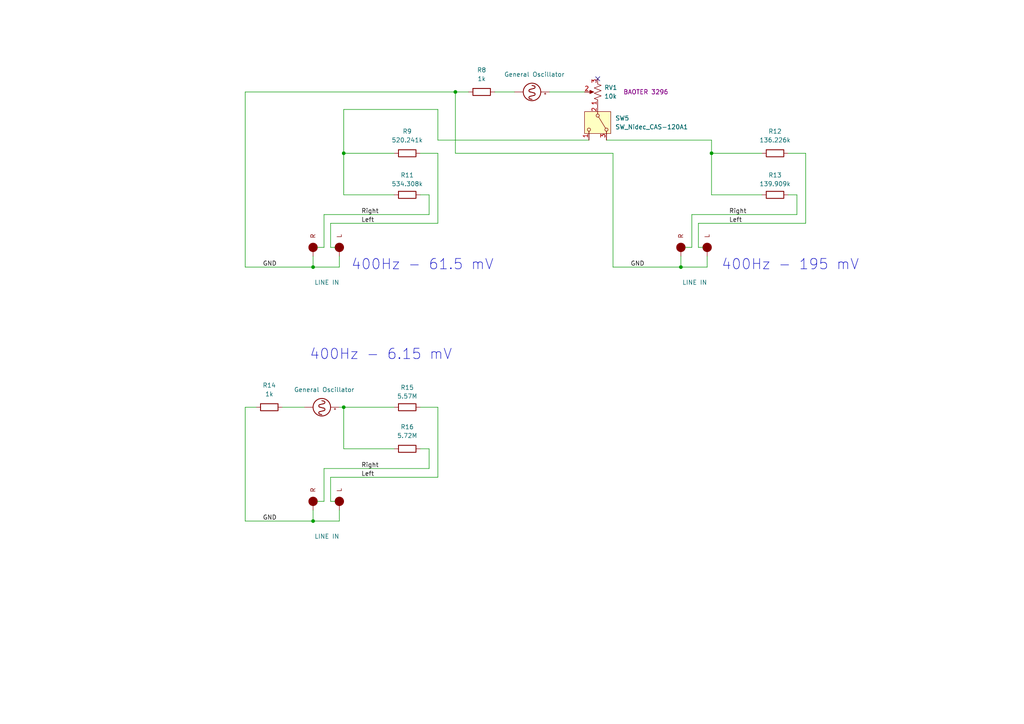
<source format=kicad_sch>
(kicad_sch (version 20250114) (generator "eeschema") (generator_version "9.0")
  (paper "A4")
  (lib_symbols
    (symbol "Device:Oscilloscope" (pin_numbers (hide yes)) (pin_names (offset 0.0254) (hide yes))
      (property "Reference" "MES" (at -3.302 1.016 0))
      (property "Value" "Oscilloscope" (at -3.302 -0.762 0))
      (symbol "Oscilloscope_0_0"
        (polyline (pts (xy -1.778 0.508) (xy -1.905 0)) (stroke (width 0.254)))
        (arc (start -1.778 0.508) (mid -1.397 0.8874) (end -1.016 0.508) (stroke (width 0.254)))
        (polyline (pts (xy -1.016 0.508) (xy -0.762 -0.508)) (stroke (width 0.254)))
        (arc (start 0 -0.508) (mid -0.381 -0.8874) (end -0.762 -0.508) (stroke (width 0.254)))
        (polyline (pts (xy 0 -0.508) (xy 0.254 0.508)) (stroke (width 0.254)))
        (arc (start 0.254 0.508) (mid 0.635 0.8874) (end 1.016 0.508) (stroke (width 0.254)))
        (polyline (pts (xy 1.016 0.508) (xy 1.27 -0.508)) (stroke (width 0.254)))
        (arc (start 2.032 -0.508) (mid 1.651 -0.8874) (end 1.27 -0.508) (stroke (width 0.254)))
        (polyline (pts (xy 2.032 -0.508) (xy 2.159 0)) (stroke (width 0.254)))
      )
      (symbol "Oscilloscope_0_1"
        (circle (center 0 0) (radius 2.54) (stroke (width 0.254)))
        (polyline (pts (xy 0.254 3.81) (xy 0.762 3.81)))
        (polyline (pts (xy 0.508 4.064) (xy 0.508 3.556)))
      )
      (symbol "Oscilloscope_1_1"
        (pin passive line (at 0 5.08 270) (length 2.54) (name "+") (number "2"))
        (pin passive line (at 0 -5.08 90) (length 2.54) (name "-") (number "1"))
      )
    )
    (symbol "Device:R" (pin_numbers (hide yes)) (pin_names (offset 0))
      (property "Reference" "R" (at 2.032 0 90))
      (property "Value" "R" (at 0 0 90))
      (symbol "R_0_1"
        (rectangle (start -1.016 -2.54) (end 1.016 2.54) (stroke (width 0.254)))
      )
      (symbol "R_1_1"
        (pin passive line (at 0 3.81 270) (length 1.27) (name "~") (number "1"))
        (pin passive line (at 0 -3.81 90) (length 1.27) (name "~") (number "2"))
      )
    )
    (symbol "Device:R_Potentiometer_US" (pin_names (offset 1.016) (hide yes))
      (property "Reference" "RV" (at -4.445 0 90))
      (property "Value" "R_Potentiometer_US" (at -2.54 0 90))
      (symbol "R_Potentiometer_US_0_1"
        (polyline (pts (xy 0 2.54) (xy 0 2.286)))
        (polyline (pts (xy 0 2.286) (xy 1.016 1.905) (xy 0 1.524) (xy -1.016 1.143) (xy 0 0.762)))
        (polyline (pts (xy 0 0.762) (xy 1.016 0.381) (xy 0 0) (xy -1.016 -0.381) (xy 0 -0.762)))
        (polyline (pts (xy 0 -0.762) (xy 1.016 -1.143) (xy 0 -1.524) (xy -1.016 -1.905) (xy 0 -2.286)))
        (polyline (pts (xy 0 -2.286) (xy 0 -2.54)))
        (polyline (pts (xy 1.143 0) (xy 2.286 0.508) (xy 2.286 -0.508) (xy 1.143 0)) (fill (type outline)))
        (polyline (pts (xy 2.54 0) (xy 1.524 0)))
      )
      (symbol "R_Potentiometer_US_1_1"
        (pin passive line (at 0 3.81 270) (length 1.27) (name "1") (number "1"))
        (pin passive line (at 0 -3.81 90) (length 1.27) (name "3") (number "3"))
        (pin passive line (at 3.81 0 180) (length 1.27) (name "2") (number "2"))
      )
    )
    (symbol "Output_1"
      (property "Reference" "D" (at -1.524 6.858 0))
      (symbol "Output_1_0_1"
        (circle (center 0 3.81) (radius 1.27))
        (circle (center 0 -3.81) (radius 1.27))
      )
      (symbol "Output_1_1_1"
        (circle (center 0 3.81) (radius 0.0001) (stroke (width 1.27)))
        (circle (center 0 -3.81) (radius 0.0001) (stroke (width 1.27)))
        (text "L" (at -3.302 3.81 0) (effects (font (size 1.27 1.27))))
        (text "R" (at -3.302 -3.81 0) (effects (font (size 1.27 1.27))))
        (pin passive line (at 0 2.54 90) (length 1.27) (name "") (number ""))
        (pin passive line (at 0 -2.54 270) (length 1.27) (name "") (number ""))
        (pin passive line (at 2.54 3.81 180) (length 1.27) (name "") (number ""))
        (pin passive line (at 2.54 -3.81 180) (length 1.27) (name "") (number ""))
      )
    )
    (symbol "Output_2"
      (property "Reference" "D" (at -1.524 6.858 0))
      (symbol "Output_2_0_1"
        (circle (center 0 3.81) (radius 1.27))
        (circle (center 0 -3.81) (radius 1.27))
      )
      (symbol "Output_2_1_1"
        (circle (center 0 3.81) (radius 0.0001) (stroke (width 1.27)))
        (circle (center 0 -3.81) (radius 0.0001) (stroke (width 1.27)))
        (text "L" (at -3.302 3.81 0) (effects (font (size 1.27 1.27))))
        (text "R" (at -3.302 -3.81 0) (effects (font (size 1.27 1.27))))
        (pin passive line (at 0 2.54 90) (length 1.27) (name "") (number ""))
        (pin passive line (at 0 -2.54 270) (length 1.27) (name "") (number ""))
        (pin passive line (at 2.54 3.81 180) (length 1.27) (name "") (number ""))
        (pin passive line (at 2.54 -3.81 180) (length 1.27) (name "") (number ""))
      )
    )
    (symbol "Output_3"
      (property "Reference" "D" (at -1.524 6.858 0))
      (symbol "Output_3_0_1"
        (circle (center 0 3.81) (radius 1.27))
        (circle (center 0 -3.81) (radius 1.27))
      )
      (symbol "Output_3_1_1"
        (circle (center 0 3.81) (radius 0.0001) (stroke (width 1.27)))
        (circle (center 0 -3.81) (radius 0.0001) (stroke (width 1.27)))
        (text "L" (at -3.302 3.81 0) (effects (font (size 1.27 1.27))))
        (text "R" (at -3.302 -3.81 0) (effects (font (size 1.27 1.27))))
        (pin passive line (at 0 2.54 90) (length 1.27) (name "") (number ""))
        (pin passive line (at 0 -2.54 270) (length 1.27) (name "") (number ""))
        (pin passive line (at 2.54 3.81 180) (length 1.27) (name "") (number ""))
        (pin passive line (at 2.54 -3.81 180) (length 1.27) (name "") (number ""))
      )
    )
    (symbol "Switch:SW_Nidec_CAS-120A1" (pin_names (offset 1) (hide yes))
      (property "Reference" "SW" (at 0 4.318 0))
      (property "Value" "SW_Nidec_CAS-120A1" (at 0 -5.08 0))
      (symbol "SW_Nidec_CAS-120A1_0_1"
        (circle (center -2.032 0) (radius 0.4572))
        (polyline (pts (xy -1.651 0.254) (xy 1.651 2.286)))
        (circle (center 2.032 2.54) (radius 0.4572))
        (circle (center 2.032 -2.54) (radius 0.4572))
      )
      (symbol "SW_Nidec_CAS-120A1_1_1"
        (rectangle (start -3.175 3.81) (end 3.175 -3.81) (fill (type background)))
        (pin passive line (at -5.08 0 0) (length 2.54) (name "B") (number "2"))
        (pin passive line (at 5.08 2.54 180) (length 2.54) (name "A") (number "3"))
        (pin passive line (at 5.08 -2.54 180) (length 2.54) (name "C") (number "1"))
      )
    )
  )
  (text "400Hz - 6.15 mV" (at 110.49 102.87 0) (effects (font (size 3 3))))
  (text "400Hz - 61.5 mV" (at 122.555 76.835 0) (effects (font (size 3 3))))
  (text "400Hz - 195 mV" (at 229.235 76.835 0) (effects (font (size 3 3))))
  (junction (at 99.695 118.11))
  (junction (at 206.375 44.45))
  (junction (at 132.08 26.67))
  (junction (at 99.695 44.45))
  (junction (at 90.805 151.13))
  (junction (at 90.805 77.47))
  (junction (at 197.485 77.47))
  (no_connect (at 173.355 22.86))
  (wire (pts (xy 127 138.43) (xy 95.885 138.43)))
  (wire (pts (xy 71.12 26.67) (xy 132.08 26.67)))
  (wire (pts (xy 95.885 138.43) (xy 95.885 145.415)))
  (wire (pts (xy 206.375 56.515) (xy 220.98 56.515)))
  (wire (pts (xy 99.695 44.45) (xy 114.3 44.45)))
  (wire (pts (xy 202.565 71.755) (xy 203.835 71.755)))
  (wire (pts (xy 95.885 145.415) (xy 97.155 145.415)))
  (wire (pts (xy 124.46 56.515) (xy 124.46 62.23)))
  (wire (pts (xy 127 31.75) (xy 99.695 31.75)))
  (wire (pts (xy 132.08 26.67) (xy 132.08 44.45)))
  (wire (pts (xy 206.375 44.45) (xy 206.375 56.515)))
  (wire (pts (xy 228.6 56.515) (xy 231.14 56.515)))
  (wire (pts (xy 175.895 40.64) (xy 206.375 40.64)))
  (wire (pts (xy 127 44.45) (xy 127 64.77)))
  (wire (pts (xy 124.46 135.89) (xy 93.98 135.89)))
  (wire (pts (xy 197.485 77.47) (xy 205.105 77.47)))
  (wire (pts (xy 228.6 44.45) (xy 233.68 44.45)))
  (wire (pts (xy 90.805 77.47) (xy 98.425 77.47)))
  (wire (pts (xy 93.98 135.89) (xy 93.98 145.415)))
  (wire (pts (xy 124.46 130.175) (xy 124.46 135.89)))
  (wire (pts (xy 71.12 26.67) (xy 71.12 77.47)))
  (wire (pts (xy 93.98 62.23) (xy 93.98 71.755)))
  (wire (pts (xy 200.66 62.23) (xy 200.66 71.755)))
  (wire (pts (xy 170.815 40.64) (xy 127 40.64)))
  (wire (pts (xy 71.12 118.11) (xy 71.12 151.13)))
  (wire (pts (xy 159.385 26.67) (xy 169.545 26.67)))
  (wire (pts (xy 93.98 71.755) (xy 92.075 71.755)))
  (wire (pts (xy 206.375 44.45) (xy 220.98 44.45)))
  (wire (pts (xy 99.695 31.75) (xy 99.695 44.45)))
  (wire (pts (xy 121.92 56.515) (xy 124.46 56.515)))
  (wire (pts (xy 95.885 64.77) (xy 95.885 71.755)))
  (wire (pts (xy 90.805 151.13) (xy 98.425 151.13)))
  (wire (pts (xy 127 40.64) (xy 127 31.75)))
  (wire (pts (xy 124.46 62.23) (xy 93.98 62.23)))
  (wire (pts (xy 121.92 118.11) (xy 127 118.11)))
  (wire (pts (xy 121.92 44.45) (xy 127 44.45)))
  (wire (pts (xy 197.485 74.295) (xy 197.485 77.47)))
  (wire (pts (xy 200.66 71.755) (xy 198.755 71.755)))
  (wire (pts (xy 231.14 62.23) (xy 200.66 62.23)))
  (wire (pts (xy 74.295 118.11) (xy 71.12 118.11)))
  (wire (pts (xy 177.8 77.47) (xy 197.485 77.47)))
  (wire (pts (xy 99.695 44.45) (xy 99.695 56.515)))
  (wire (pts (xy 206.375 40.64) (xy 206.375 44.45)))
  (wire (pts (xy 99.695 118.11) (xy 114.3 118.11)))
  (wire (pts (xy 231.14 56.515) (xy 231.14 62.23)))
  (wire (pts (xy 95.885 71.755) (xy 97.155 71.755)))
  (wire (pts (xy 71.12 151.13) (xy 90.805 151.13)))
  (wire (pts (xy 121.92 130.175) (xy 124.46 130.175)))
  (wire (pts (xy 132.08 26.67) (xy 135.89 26.67)))
  (wire (pts (xy 81.915 118.11) (xy 88.265 118.11)))
  (wire (pts (xy 205.105 77.47) (xy 205.105 74.295)))
  (wire (pts (xy 93.98 145.415) (xy 92.075 145.415)))
  (wire (pts (xy 99.695 118.11) (xy 99.695 130.175)))
  (wire (pts (xy 98.425 118.11) (xy 99.695 118.11)))
  (wire (pts (xy 99.695 130.175) (xy 114.3 130.175)))
  (wire (pts (xy 99.695 56.515) (xy 114.3 56.515)))
  (wire (pts (xy 90.805 147.955) (xy 90.805 151.13)))
  (wire (pts (xy 90.805 74.295) (xy 90.805 77.47)))
  (wire (pts (xy 143.51 26.67) (xy 149.225 26.67)))
  (wire (pts (xy 98.425 151.13) (xy 98.425 147.955)))
  (wire (pts (xy 177.8 44.45) (xy 177.8 77.47)))
  (wire (pts (xy 132.08 44.45) (xy 177.8 44.45)))
  (wire (pts (xy 127 64.77) (xy 95.885 64.77)))
  (wire (pts (xy 127 118.11) (xy 127 138.43)))
  (wire (pts (xy 233.68 64.77) (xy 202.565 64.77)))
  (wire (pts (xy 98.425 77.47) (xy 98.425 74.295)))
  (wire (pts (xy 71.12 77.47) (xy 90.805 77.47)))
  (wire (pts (xy 202.565 64.77) (xy 202.565 71.755)))
  (wire (pts (xy 233.68 44.45) (xy 233.68 64.77)))
  (label "Right" (at 104.775 62.23 0))
  (label "Left" (at 104.775 64.77 0))
  (label "GND" (at 76.2 77.47 0))
  (label "Left" (at 104.775 138.43 0))
  (label "GND" (at 182.88 77.47 0))
  (label "Right" (at 104.775 135.89 0))
  (label "Left" (at 211.455 64.77 0))
  (label "Right" (at 211.455 62.23 0))
  (label "GND" (at 76.2 151.13 0))
  (symbol (lib_id "Device:R") (at 118.11 130.175 90) (unit 1)
    (property "Reference" "R16" (at 118.11 123.825 90))
    (property "Value" "5.72M" (at 118.11 126.365 90))
    (property "Description" "Resistor" (effects (hide yes)))
  )
  (symbol (lib_id "Device:R") (at 118.11 56.515 90) (unit 1)
    (property "Reference" "R11" (at 118.11 50.8 90))
    (property "Value" "534.308k" (at 118.11 53.34 90))
    (property "Description" "Resistor" (effects (hide yes)))
  )
  (symbol (lib_id "Device:Oscilloscope") (at 93.345 118.11 270) (unit 1)
    (property "Reference" "MES3" (effects (hide yes)))
    (property "Value" "General Oscillator" (at 94.0435 113.03 90))
    (property "Description" "Oscilloscope" (effects (hide yes)))
  )
  (symbol (lib_id "Device:R") (at 139.7 26.67 90) (unit 1)
    (property "Reference" "R8" (at 139.7 20.32 90))
    (property "Value" "1k" (at 139.7 22.86 90))
    (property "Description" "Resistor" (effects (hide yes)))
  )
  (symbol (lib_name "Output_3") (lib_id "_TEAC_X2000R:Output") (at 94.615 145.415 270) (unit 1)
    (property "Reference" "D6" (effects (hide yes)))
    (property "Value" "LINE IN" (at 98.425 155.575 90) (effects (justify right)))
  )
  (symbol (lib_id "Switch:SW_Nidec_CAS-120A1") (at 173.355 35.56 270) (unit 1)
    (property "Reference" "SW5" (at 178.435 34.2899 90) (effects (justify left)))
    (property "Value" "SW_Nidec_CAS-120A1" (at 178.435 36.8299 90) (effects (justify left)))
    (property "Footprint" "Button_Switch_SMD:Nidec_Copal_CAS-120A" (effects (hide yes)))
    (property "Datasheet" "https://www.nidec-components.com/e/catalog/switch/cas.pdf" (effects (hide yes)))
    (property "Description" "Switch, single pole double throw" (effects (hide yes)))
  )
  (symbol (lib_id "Device:Oscilloscope") (at 154.305 26.67 270) (unit 1)
    (property "Reference" "MES1" (effects (hide yes)))
    (property "Value" "General Oscillator" (at 155.0035 21.59 90))
    (property "Description" "Oscilloscope" (effects (hide yes)))
  )
  (symbol (lib_id "Device:R") (at 78.105 118.11 90) (unit 1)
    (property "Reference" "R14" (at 78.105 111.76 90))
    (property "Value" "1k" (at 78.105 114.3 90))
    (property "Description" "Resistor" (effects (hide yes)))
  )
  (symbol (lib_id "Device:R") (at 118.11 44.45 90) (unit 1)
    (property "Reference" "R9" (at 118.11 38.1 90))
    (property "Value" "520.241k" (at 118.11 40.64 90))
    (property "Description" "Resistor" (effects (hide yes)))
  )
  (symbol (lib_id "Device:R") (at 224.79 56.515 90) (unit 1)
    (property "Reference" "R13" (at 224.79 50.8 90))
    (property "Value" "139.909k" (at 224.79 53.34 90))
    (property "Description" "Resistor" (effects (hide yes)))
  )
  (symbol (lib_id "Device:R") (at 224.79 44.45 90) (unit 1)
    (property "Reference" "R12" (at 224.79 38.1 90))
    (property "Value" "136.226k" (at 224.79 40.64 90))
    (property "Description" "Resistor" (effects (hide yes)))
  )
  (symbol (lib_name "Output_1") (lib_id "_TEAC_X2000R:Output") (at 94.615 71.755 270) (unit 1)
    (property "Reference" "D1" (effects (hide yes)))
    (property "Value" "LINE IN" (at 98.425 81.915 90) (effects (justify right)))
  )
  (symbol (lib_id "Device:R") (at 118.11 118.11 90) (unit 1)
    (property "Reference" "R15" (at 118.11 112.395 90))
    (property "Value" "5.57M" (at 118.11 114.935 90))
    (property "Description" "Resistor" (effects (hide yes)))
  )
  (symbol (lib_id "Device:R_Potentiometer_US") (at 173.355 26.67 180) (unit 1)
    (property "Reference" "RV1" (at 175.26 25.3999 0) (effects (justify right)))
    (property "Value" "10k" (at 175.26 27.9399 0) (effects (justify right)))
    (property "Description" "BAOTER 3296" (at 187.325 26.67 0))
  )
  (symbol (lib_name "Output_2") (lib_id "_TEAC_X2000R:Output") (at 201.295 71.755 270) (unit 1)
    (property "Reference" "D3" (effects (hide yes)))
    (property "Value" "LINE IN" (at 205.105 81.915 90) (effects (justify right)))
  )
)
</source>
